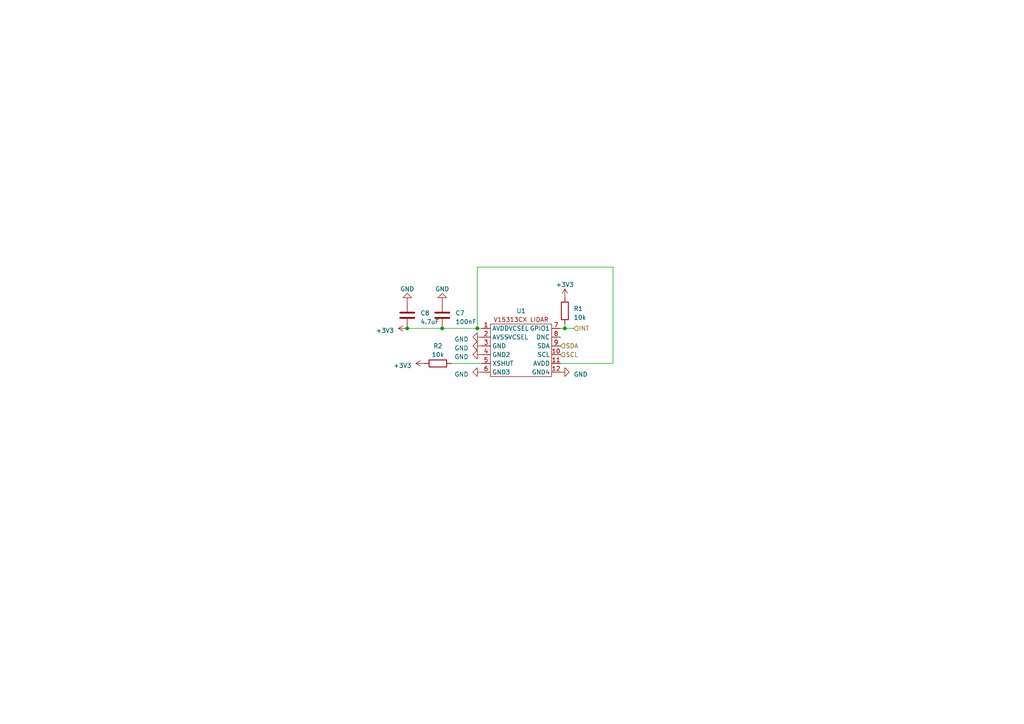
<source format=kicad_sch>
(kicad_sch (version 20230121) (generator eeschema)
  (paper "A4")
  (lib_symbols
    (symbol "Device:C" (pin_numbers hide) (pin_names (offset 0.254))
      (property "Reference" "C" (at 0.635 2.54 0))
      (property "Value" "C" (at 0.635 -2.54 0))
      (symbol "C_0_1"
        (polyline (pts (xy -2.032 -0.762) (xy 2.032 -0.762)) (stroke (width 0.508)))
        (polyline (pts (xy -2.032 0.762) (xy 2.032 0.762)) (stroke (width 0.508)))
      )
      (symbol "C_1_1"
        (pin passive line (at 0 3.81 270) (length 2.794) (name "~") (number "1"))
        (pin passive line (at 0 -3.81 90) (length 2.794) (name "~") (number "2"))
      )
    )
    (symbol "Device:R" (pin_numbers hide) (pin_names (offset 0))
      (property "Reference" "R" (at 2.032 0 90))
      (property "Value" "R" (at 0 0 90))
      (symbol "R_0_1"
        (rectangle (start -1.016 -2.54) (end 1.016 2.54) (stroke (width 0.254)))
      )
      (symbol "R_1_1"
        (pin passive line (at 0 3.81 270) (length 1.27) (name "~") (number "1"))
        (pin passive line (at 0 -3.81 90) (length 1.27) (name "~") (number "2"))
      )
    )
    (symbol "VL53L3CX:VL53L3CX"
      (property "Reference" "U" (at 0 6.35 0))
      (symbol "VL53L3CX_0_0"
        (pin power_in line (at -11.43 1.27 0) (length 2.54) (name "AVDDVCSEL") (number "1"))
        (pin input line (at 11.43 -6.35 180) (length 2.54) (name "SCL") (number "10"))
        (pin power_in line (at 11.43 -8.89 180) (length 2.54) (name "AVDD") (number "11"))
        (pin power_in line (at 11.43 -11.43 180) (length 2.54) (name "GND4") (number "12"))
        (pin power_in line (at -11.43 -1.27 0) (length 2.54) (name "AVSSVCSEL") (number "2"))
        (pin power_in line (at -11.43 -3.81 0) (length 2.54) (name "GND") (number "3"))
        (pin power_in line (at -11.43 -6.35 0) (length 2.54) (name "GND2") (number "4"))
        (pin input line (at -11.43 -8.89 0) (length 2.54) (name "XSHUT") (number "5"))
        (pin power_in line (at -11.43 -11.43 0) (length 2.54) (name "GND3") (number "6"))
        (pin output line (at 11.43 1.27 180) (length 2.54) (name "GPIO1") (number "7"))
        (pin input line (at 11.43 -1.27 180) (length 2.54) (name "DNC") (number "8"))
        (pin bidirectional line (at 11.43 -3.81 180) (length 2.54) (name "SDA") (number "9"))
      )
      (symbol "VL53L3CX_0_1"
        (rectangle (start -8.89 2.54) (end 8.89 -12.7))
      )
      (symbol "VL53L3CX_1_1"
        (text "V15313CX LIDAR" (at 0 3.81 0) (effects (font (size 1.27 1.27))))
      )
    )
    (symbol "power:+3V3" (power) (pin_names (offset 0))
      (property "Value" "+3V3" (at 0 3.556 0))
      (symbol "+3V3_0_1"
        (polyline (pts (xy -0.762 1.27) (xy 0 2.54)))
        (polyline (pts (xy 0 0) (xy 0 2.54)))
        (polyline (pts (xy 0 2.54) (xy 0.762 1.27)))
      )
      (symbol "+3V3_1_1"
        (pin power_in line (at 0 0 90) (length 0) hide (name "+3V3") (number "1"))
      )
    )
    (symbol "power:GND" (power) (pin_names (offset 0))
      (property "Value" "GND" (at 0 -3.81 0))
      (symbol "GND_0_1"
        (polyline (pts (xy 0 0) (xy 0 -1.27) (xy 1.27 -1.27) (xy 0 -2.54) (xy -1.27 -1.27) (xy 0 -1.27)))
      )
      (symbol "GND_1_1"
        (pin power_in line (at 0 0 270) (length 0) hide (name "GND") (number "1"))
      )
    )
  )
  (junction (at 163.83 95.25))
  (junction (at 118.11 95.25))
  (junction (at 138.43 95.25))
  (junction (at 128.27 95.25))
  (wire (pts (xy 177.8 105.41) (xy 177.8 77.47)))
  (wire (pts (xy 130.81 105.41) (xy 139.7 105.41)))
  (wire (pts (xy 177.8 77.47) (xy 138.43 77.47)))
  (wire (pts (xy 163.83 93.98) (xy 163.83 95.25)))
  (wire (pts (xy 162.56 105.41) (xy 177.8 105.41)))
  (wire (pts (xy 128.27 95.25) (xy 138.43 95.25)))
  (wire (pts (xy 163.83 95.25) (xy 166.37 95.25)))
  (wire (pts (xy 138.43 77.47) (xy 138.43 95.25)))
  (wire (pts (xy 118.11 95.25) (xy 128.27 95.25)))
  (wire (pts (xy 162.56 95.25) (xy 163.83 95.25)))
  (wire (pts (xy 138.43 95.25) (xy 139.7 95.25)))
  (hierarchical_label "SDA" (shape input) (at 162.56 100.33 0))
  (hierarchical_label "INT" (shape input) (at 166.37 95.25 0))
  (hierarchical_label "SCL" (shape input) (at 162.56 102.87 0))
  (symbol (lib_id "power:GND") (at 118.11 87.63 0) (mirror x) (unit 1)
    (property "Reference" "#PWR06" (effects hide))
    (property "Value" "GND" (at 118.11 83.82 0))
    (instances (project "lidar_controller" (path "" (reference "#PWR06") (unit 1)) (path "" (reference "#PWR01") (unit 1))))
  )
  (symbol (lib_id "Device:C") (at 118.11 91.44 0) (unit 1)
    (property "Reference" "C8" (at 121.92 90.805 0) (effects (justify left)))
    (property "Value" "4.7uF" (at 121.92 93.345 0) (effects (justify left)))
    (property "Footprint" "Capacitor_SMD:C_0805_2012Metric" (effects hide))
    (instances (project "lidar_controller" (path "" (reference "C8") (unit 1)) (path "" (reference "C11") (unit 1))))
  )
  (symbol (lib_id "power:GND") (at 139.7 102.87 270) (unit 1)
    (property "Reference" "#PWR04" (effects hide))
    (property "Value" "GND" (at 135.89 103.505 90) (effects (justify right)))
    (instances (project "lidar_controller" (path "" (reference "#PWR04") (unit 1)) (path "" (reference "#PWR06") (unit 1))))
  )
  (symbol (lib_id "power:+3V3") (at 163.83 86.36 0) (unit 1)
    (property "Reference" "#PWR022" (effects hide))
    (property "Value" "+3V3" (at 163.83 82.55 0))
  )
  (symbol (lib_id "VL53L3CX:VL53L3CX") (at 151.13 96.52 0) (unit 1)
    (property "Reference" "U1" (at 151.13 90.17 0))
    (property "Value" "~" (at 147.32 97.79 0))
    (property "Footprint" "VL53L3CX:VL53L3CX" (effects hide))
  )
  (symbol (lib_id "power:GND") (at 139.7 97.79 270) (unit 1)
    (property "Reference" "#PWR02" (effects hide))
    (property "Value" "GND" (at 135.89 98.425 90) (effects (justify right)))
    (instances (project "lidar_controller" (path "" (reference "#PWR02") (unit 1)) (path "" (reference "#PWR04") (unit 1))))
  )
  (symbol (lib_id "Device:C") (at 128.27 91.44 0) (unit 1)
    (property "Reference" "C7" (at 132.08 90.805 0) (effects (justify left)))
    (property "Value" "100nF" (at 132.08 93.345 0) (effects (justify left)))
    (property "Footprint" "Capacitor_SMD:C_0805_2012Metric" (effects hide))
    (instances (project "lidar_controller" (path "" (reference "C7") (unit 1)) (path "" (reference "C12") (unit 1))))
  )
  (symbol (lib_id "power:GND") (at 139.7 107.95 270) (unit 1)
    (property "Reference" "#PWR05" (effects hide))
    (property "Value" "GND" (at 135.89 108.585 90) (effects (justify right)))
    (instances (project "lidar_controller" (path "" (reference "#PWR05") (unit 1)) (path "" (reference "#PWR020") (unit 1))))
  )
  (symbol (lib_id "power:GND") (at 139.7 100.33 270) (unit 1)
    (property "Reference" "#PWR03" (effects hide))
    (property "Value" "GND" (at 135.89 100.965 90) (effects (justify right)))
    (instances (project "lidar_controller" (path "" (reference "#PWR03") (unit 1)) (path "" (reference "#PWR05") (unit 1))))
  )
  (symbol (lib_id "power:GND") (at 128.27 87.63 0) (mirror x) (unit 1)
    (property "Reference" "#PWR020" (effects hide))
    (property "Value" "GND" (at 128.27 83.82 0))
    (instances (project "lidar_controller" (path "" (reference "#PWR020") (unit 1)) (path "" (reference "#PWR03") (unit 1))))
  )
  (symbol (lib_id "Device:R") (at 127 105.41 270) (unit 1)
    (property "Reference" "R2" (at 127 100.33 90))
    (property "Value" "10k" (at 127 102.87 90))
    (property "Footprint" "Resistor_SMD:R_0805_2012Metric" (effects hide))
  )
  (symbol (lib_id "Device:R") (at 163.83 90.17 0) (unit 1)
    (property "Reference" "R1" (at 166.37 89.535 0) (effects (justify left)))
    (property "Value" "10k" (at 166.37 92.075 0) (effects (justify left)))
    (property "Footprint" "Resistor_SMD:R_0805_2012Metric" (effects hide))
  )
  (symbol (lib_id "power:GND") (at 162.56 107.95 90) (unit 1)
    (property "Reference" "#PWR01" (effects hide))
    (property "Value" "GND" (at 166.37 108.585 90) (effects (justify right)))
    (instances (project "lidar_controller" (path "" (reference "#PWR01") (unit 1)) (path "" (reference "#PWR021") (unit 1))))
  )
  (symbol (lib_id "power:+3V3") (at 118.11 95.25 90) (unit 1)
    (property "Reference" "#PWR021" (effects hide))
    (property "Value" "+3V3" (at 114.3 95.885 90) (effects (justify left)))
    (instances (project "lidar_controller" (path "" (reference "#PWR021") (unit 1)) (path "" (reference "#PWR02") (unit 1))))
  )
  (symbol (lib_id "power:+3V3") (at 123.19 105.41 90) (unit 1)
    (property "Reference" "#PWR023" (effects hide))
    (property "Value" "+3V3" (at 119.38 106.045 90) (effects (justify left)))
  )
)
</source>
